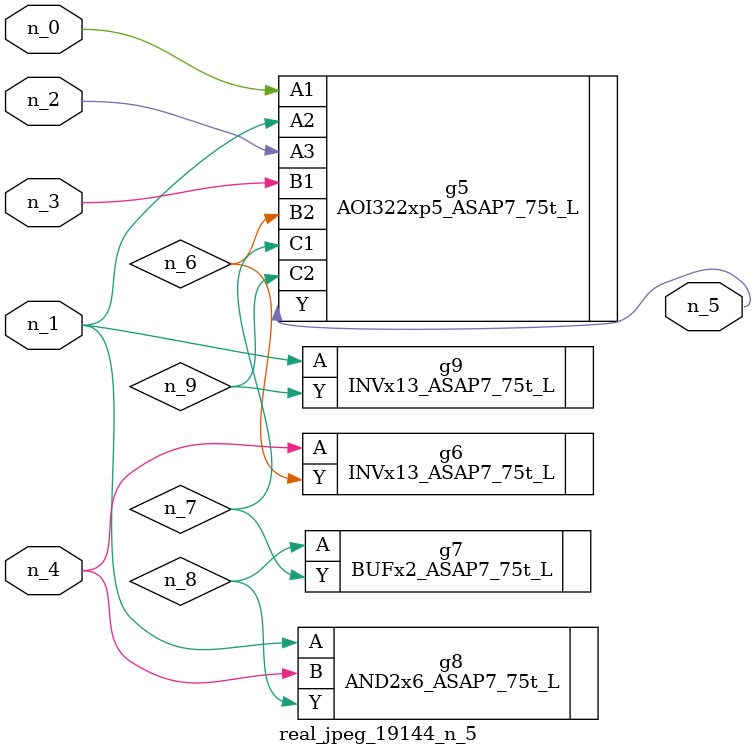
<source format=v>
module real_jpeg_19144_n_5 (n_4, n_0, n_1, n_2, n_3, n_5);

input n_4;
input n_0;
input n_1;
input n_2;
input n_3;

output n_5;

wire n_8;
wire n_6;
wire n_7;
wire n_9;

AOI322xp5_ASAP7_75t_L g5 ( 
.A1(n_0),
.A2(n_1),
.A3(n_2),
.B1(n_3),
.B2(n_6),
.C1(n_7),
.C2(n_9),
.Y(n_5)
);

AND2x6_ASAP7_75t_L g8 ( 
.A(n_1),
.B(n_4),
.Y(n_8)
);

INVx13_ASAP7_75t_L g9 ( 
.A(n_1),
.Y(n_9)
);

INVx13_ASAP7_75t_L g6 ( 
.A(n_4),
.Y(n_6)
);

BUFx2_ASAP7_75t_L g7 ( 
.A(n_8),
.Y(n_7)
);


endmodule
</source>
